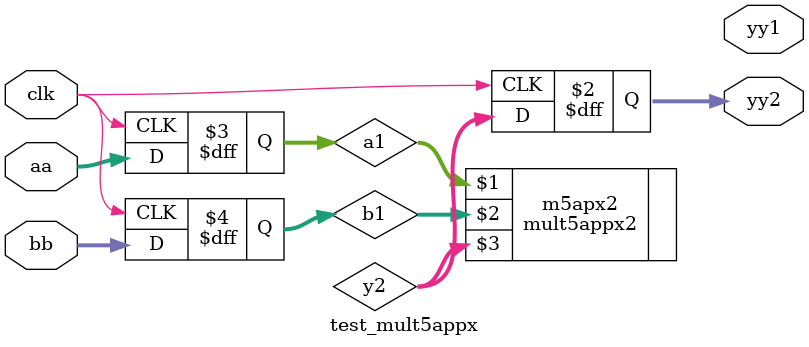
<source format=v>
module test_mult5appx(clk,aa,bb,yy1,yy2);

input clk;
input [4:0] aa;
input [4:0] bb;

output [4:0] yy1,yy2;
//reg [4:0] yy1,yy2,yy3;
reg [4:0] yy2;


reg [4:0] a1;
reg [4:0] b1;
//wire [4:0] y1;
wire [4:0] y2;
//wire [4:0] y3;

always @(posedge clk)
begin

a1 <= aa;
b1 <= bb;
//yy1 <= y1;
yy2 <= y2;
//yy3 <= y3;

end

//mult5appx m5apx (a1,b1,y1);
mult5appx2 m5apx2 (a1,b1,y2);
//mult5exact m5xct (a1,b1,y3);

endmodule



</source>
